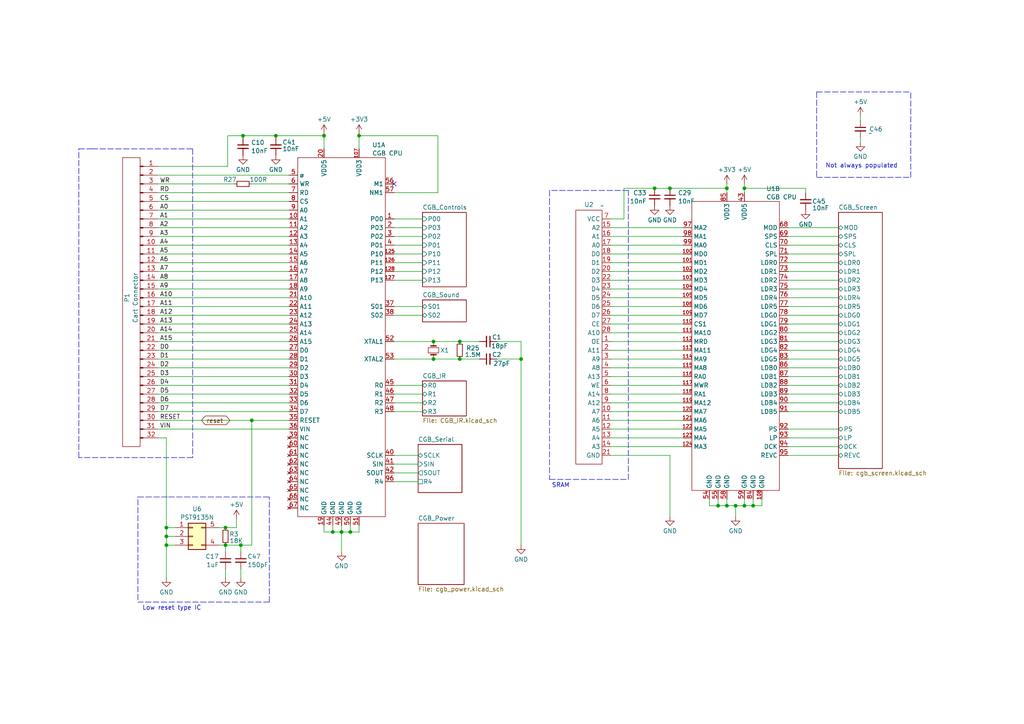
<source format=kicad_sch>
(kicad_sch (version 20231120) (generator "eeschema") (generator_version "8.0")
  (paper "A4")
  (title_block (title "CGB Reverse Engineer") (company "NatalieTheNerd.com"))
  (lib_symbols
    (symbol "CGB:CPU_CGB"
      (property "Reference" "U1" (at 8.89 3.6942 0))
      (property "Value" "CGB CPU" (at 8.89 1.27 0))
      (symbol "CPU_CGB_1_0"
        (pin unspecified line (at 15.24 -17.78 180) (length 2.54) (name "P00") (number "1"))
        (pin unspecified line (at -15.24 -17.78 0) (length 2.54) (name "A1") (number "10"))
        (pin unspecified line (at 5.08 2.54 270) (length 2.54) (name "VDD3") (number "107"))
        (pin unspecified line (at -15.24 -20.32 0) (length 2.54) (name "A2") (number "11"))
        (pin unspecified line (at -15.24 -22.86 0) (length 2.54) (name "A3") (number "12"))
        (pin unspecified line (at 15.24 -27.94 180) (length 2.54) (name "P10") (number "125"))
        (pin unspecified line (at 15.24 -30.48 180) (length 2.54) (name "P11") (number "126"))
        (pin unspecified line (at 15.24 -35.56 180) (length 2.54) (name "P13") (number "127"))
        (pin unspecified line (at 15.24 -33.02 180) (length 2.54) (name "P12") (number "128"))
        (pin unspecified line (at -15.24 -25.4 0) (length 2.54) (name "A4") (number "13"))
        (pin unspecified line (at -15.24 -27.94 0) (length 2.54) (name "A5") (number "14"))
        (pin unspecified line (at -15.24 -30.48 0) (length 2.54) (name "A6") (number "15"))
        (pin unspecified line (at -15.24 -33.02 0) (length 2.54) (name "A7") (number "16"))
        (pin unspecified line (at -15.24 -35.56 0) (length 2.54) (name "A8") (number "17"))
        (pin unspecified line (at -15.24 -38.1 0) (length 2.54) (name "A9") (number "18"))
        (pin unspecified line (at -5.08 -106.68 90) (length 2.54) (name "GND") (number "19"))
        (pin unspecified line (at 15.24 -20.32 180) (length 2.54) (name "P03") (number "2"))
        (pin unspecified line (at -5.08 2.54 270) (length 2.54) (name "VDD5") (number "20"))
        (pin unspecified line (at -15.24 -40.64 0) (length 2.54) (name "A10") (number "21"))
        (pin unspecified line (at -15.24 -43.18 0) (length 2.54) (name "A11") (number "22"))
        (pin unspecified line (at -15.24 -45.72 0) (length 2.54) (name "A12") (number "23"))
        (pin unspecified line (at -15.24 -48.26 0) (length 2.54) (name "A13") (number "24"))
        (pin unspecified line (at -15.24 -50.8 0) (length 2.54) (name "A14") (number "25"))
        (pin unspecified line (at -15.24 -53.34 0) (length 2.54) (name "A15") (number "26"))
        (pin unspecified line (at -15.24 -55.88 0) (length 2.54) (name "D0") (number "27"))
        (pin unspecified line (at -15.24 -58.42 0) (length 2.54) (name "D1") (number "28"))
        (pin unspecified line (at -15.24 -60.96 0) (length 2.54) (name "D2") (number "29"))
        (pin unspecified line (at 15.24 -22.86 180) (length 2.54) (name "P02") (number "3"))
        (pin unspecified line (at -15.24 -63.5 0) (length 2.54) (name "D3") (number "30"))
        (pin unspecified line (at -15.24 -66.04 0) (length 2.54) (name "D4") (number "31"))
        (pin unspecified line (at -15.24 -68.58 0) (length 2.54) (name "D5") (number "32"))
        (pin unspecified line (at -15.24 -71.12 0) (length 2.54) (name "D6") (number "33"))
        (pin unspecified line (at -15.24 -73.66 0) (length 2.54) (name "D7") (number "34"))
        (pin unspecified line (at -15.24 -76.2 0) (length 2.54) (name "RESET") (number "35"))
        (pin unspecified line (at -15.24 -78.74 0) (length 2.54) (name "VIN") (number "36"))
        (pin unspecified line (at 15.24 -43.18 180) (length 2.54) (name "S01") (number "37"))
        (pin unspecified line (at 15.24 -45.72 180) (length 2.54) (name "S02") (number "38"))
        (pin no_connect line (at -15.24 -81.28 0) (length 2.54) (name "NC") (number "39"))
        (pin unspecified line (at 15.24 -25.4 180) (length 2.54) (name "P01") (number "4"))
        (pin unspecified line (at 15.24 -86.36 180) (length 2.54) (name "SCLK") (number "40"))
        (pin unspecified line (at 15.24 -88.9 180) (length 2.54) (name "SIN") (number "41"))
        (pin unspecified line (at 15.24 -91.44 180) (length 2.54) (name "SOUT") (number "42"))
        (pin unspecified line (at -2.54 -106.68 90) (length 2.54) (name "GND") (number "44"))
        (pin unspecified line (at 15.24 -66.04 180) (length 2.54) (name "R0") (number "45"))
        (pin unspecified line (at 15.24 -68.58 180) (length 2.54) (name "R1") (number "46"))
        (pin unspecified line (at 15.24 -71.12 180) (length 2.54) (name "R2") (number "47"))
        (pin unspecified line (at 15.24 -73.66 180) (length 2.54) (name "R3") (number "48"))
        (pin unspecified line (at 0 -106.68 90) (length 2.54) (name "GND") (number "49"))
        (pin unspecified line (at -15.24 -5.08 0) (length 2.54) (name "ø") (number "5"))
        (pin unspecified line (at 2.54 -106.68 90) (length 2.54) (name "GND") (number "50"))
        (pin unspecified line (at 5.08 -106.68 90) (length 2.54) (name "GND") (number "51"))
        (pin unspecified line (at 15.24 -53.34 180) (length 2.54) (name "XTAL1") (number "52"))
        (pin unspecified line (at 15.24 -58.42 180) (length 2.54) (name "XTAL2") (number "53"))
        (pin unspecified line (at 15.24 -7.62 180) (length 2.54) (name "M1") (number "56"))
        (pin unspecified line (at 15.24 -10.16 180) (length 2.54) (name "NM1") (number "57"))
        (pin unspecified line (at -15.24 -7.62 0) (length 2.54) (name "WR") (number "6"))
        (pin no_connect line (at -15.24 -83.82 0) (length 2.54) (name "NC") (number "60"))
        (pin no_connect line (at -15.24 -86.36 0) (length 2.54) (name "NC") (number "61"))
        (pin no_connect line (at -15.24 -88.9 0) (length 2.54) (name "NC") (number "62"))
        (pin no_connect line (at -15.24 -91.44 0) (length 2.54) (name "NC") (number "63"))
        (pin no_connect line (at -15.24 -93.98 0) (length 2.54) (name "NC") (number "64"))
        (pin no_connect line (at -15.24 -96.52 0) (length 2.54) (name "NC") (number "65"))
        (pin no_connect line (at -15.24 -99.06 0) (length 2.54) (name "NC") (number "66"))
        (pin no_connect line (at -15.24 -101.6 0) (length 2.54) (name "NC") (number "67"))
        (pin unspecified line (at -15.24 -10.16 0) (length 2.54) (name "RD") (number "7"))
        (pin unspecified line (at -15.24 -12.7 0) (length 2.54) (name "CS") (number "8"))
        (pin unspecified line (at -15.24 -15.24 0) (length 2.54) (name "A0") (number "9"))
        (pin unspecified line (at 15.24 -93.98 180) (length 2.54) (name "R4") (number "96"))
      )
      (symbol "CPU_CGB_2_0"
        (pin unspecified line (at -15.24 -15.24 0) (length 2.54) (name "MD0") (number "100"))
        (pin unspecified line (at -15.24 -17.78 0) (length 2.54) (name "MD1") (number "101"))
        (pin unspecified line (at -15.24 -20.32 0) (length 2.54) (name "MD2") (number "102"))
        (pin unspecified line (at -15.24 -22.86 0) (length 2.54) (name "MD3") (number "103"))
        (pin unspecified line (at -15.24 -25.4 0) (length 2.54) (name "MD4") (number "104"))
        (pin unspecified line (at -15.24 -27.94 0) (length 2.54) (name "MD5") (number "105"))
        (pin unspecified line (at -15.24 -30.48 0) (length 2.54) (name "MD6") (number "106"))
        (pin unspecified line (at 7.62 -86.36 90) (length 2.54) (name "GND") (number "108"))
        (pin unspecified line (at -15.24 -33.02 0) (length 2.54) (name "MD7") (number "109"))
        (pin unspecified line (at -15.24 -35.56 0) (length 2.54) (name "CS1") (number "110"))
        (pin unspecified line (at -15.24 -38.1 0) (length 2.54) (name "MA10") (number "111"))
        (pin unspecified line (at -15.24 -40.64 0) (length 2.54) (name "MRD") (number "112"))
        (pin unspecified line (at -15.24 -43.18 0) (length 2.54) (name "MA11") (number "113"))
        (pin unspecified line (at -15.24 -45.72 0) (length 2.54) (name "MA9") (number "114"))
        (pin unspecified line (at -15.24 -48.26 0) (length 2.54) (name "MA8") (number "115"))
        (pin unspecified line (at -15.24 -50.8 0) (length 2.54) (name "RA0") (number "116"))
        (pin unspecified line (at -15.24 -53.34 0) (length 2.54) (name "MWR") (number "117"))
        (pin unspecified line (at -15.24 -55.88 0) (length 2.54) (name "RA1") (number "118"))
        (pin unspecified line (at -15.24 -58.42 0) (length 2.54) (name "MA12") (number "119"))
        (pin unspecified line (at -15.24 -60.96 0) (length 2.54) (name "MA7") (number "120"))
        (pin unspecified line (at -15.24 -63.5 0) (length 2.54) (name "MA6") (number "121"))
        (pin unspecified line (at -15.24 -66.04 0) (length 2.54) (name "MA5") (number "122"))
        (pin unspecified line (at -15.24 -68.58 0) (length 2.54) (name "MA4") (number "123"))
        (pin unspecified line (at -15.24 -71.12 0) (length 2.54) (name "MA3") (number "124"))
        (pin unspecified line (at 2.54 2.54 270) (length 2.54) (name "VDD5") (number "43"))
        (pin unspecified line (at -7.62 -86.36 90) (length 2.54) (name "GND") (number "54"))
        (pin unspecified line (at -5.08 -86.36 90) (length 2.54) (name "GND") (number "55"))
        (pin unspecified line (at -2.54 -86.36 90) (length 2.54) (name "GND") (number "58"))
        (pin unspecified line (at 2.54 -86.36 90) (length 2.54) (name "GND") (number "59"))
        (pin unspecified line (at 15.24 -7.62 180) (length 2.54) (name "MOD") (number "68"))
        (pin unspecified line (at 15.24 -10.16 180) (length 2.54) (name "SPS") (number "69"))
        (pin unspecified line (at 15.24 -12.7 180) (length 2.54) (name "CLS") (number "70"))
        (pin unspecified line (at 15.24 -15.24 180) (length 2.54) (name "SPL") (number "71"))
        (pin unspecified line (at 15.24 -17.78 180) (length 2.54) (name "LDR0") (number "72"))
        (pin unspecified line (at 15.24 -20.32 180) (length 2.54) (name "LDR1") (number "73"))
        (pin unspecified line (at 15.24 -22.86 180) (length 2.54) (name "LDR2") (number "74"))
        (pin unspecified line (at 15.24 -25.4 180) (length 2.54) (name "LDR3") (number "75"))
        (pin unspecified line (at 15.24 -27.94 180) (length 2.54) (name "LDR4") (number "76"))
        (pin unspecified line (at 15.24 -30.48 180) (length 2.54) (name "LDR5") (number "77"))
        (pin unspecified line (at 15.24 -33.02 180) (length 2.54) (name "LDG0") (number "78"))
        (pin unspecified line (at 15.24 -35.56 180) (length 2.54) (name "LDG1") (number "79"))
        (pin unspecified line (at 15.24 -38.1 180) (length 2.54) (name "LDG2") (number "80"))
        (pin unspecified line (at 15.24 -40.64 180) (length 2.54) (name "LDG3") (number "81"))
        (pin unspecified line (at 15.24 -43.18 180) (length 2.54) (name "LDG4") (number "82"))
        (pin unspecified line (at 15.24 -45.72 180) (length 2.54) (name "LDG5") (number "83"))
        (pin unspecified line (at 5.08 -86.36 90) (length 2.54) (name "GND") (number "84"))
        (pin unspecified line (at -2.54 2.54 270) (length 2.54) (name "VDD3") (number "85"))
        (pin unspecified line (at 15.24 -48.26 180) (length 2.54) (name "LDB0") (number "86"))
        (pin unspecified line (at 15.24 -50.8 180) (length 2.54) (name "LDB1") (number "87"))
        (pin unspecified line (at 15.24 -53.34 180) (length 2.54) (name "LDB2") (number "88"))
        (pin unspecified line (at 15.24 -55.88 180) (length 2.54) (name "LDB3") (number "89"))
        (pin unspecified line (at 15.24 -58.42 180) (length 2.54) (name "LDB4") (number "90"))
        (pin unspecified line (at 15.24 -60.96 180) (length 2.54) (name "LDB5") (number "91"))
        (pin unspecified line (at 15.24 -66.04 180) (length 2.54) (name "PS") (number "92"))
        (pin unspecified line (at 15.24 -68.58 180) (length 2.54) (name "LP") (number "93"))
        (pin unspecified line (at 15.24 -71.12 180) (length 2.54) (name "DCK") (number "94"))
        (pin unspecified line (at 15.24 -73.66 180) (length 2.54) (name "REVC") (number "95"))
        (pin unspecified line (at -15.24 -7.62 0) (length 2.54) (name "MA2") (number "97"))
        (pin unspecified line (at -15.24 -10.16 0) (length 2.54) (name "MA1") (number "98"))
        (pin unspecified line (at -15.24 -12.7 0) (length 2.54) (name "MA0") (number "99"))
      )
    )
    (symbol "CGB:SRAM_CGB"
      (property "Reference" "U" (at 0 1.27 0))
      (symbol "SRAM_CGB_0_0"
        (pin unspecified line (at 2.54 -39.37 180) (length 2.54) (name "OE") (number "1"))
        (pin unspecified line (at 2.54 -59.69 180) (length 2.54) (name "A7") (number "10"))
        (pin unspecified line (at 2.54 -62.23 180) (length 2.54) (name "A6") (number "11"))
        (pin unspecified line (at 2.54 -64.77 180) (length 2.54) (name "A5") (number "12"))
        (pin unspecified line (at 2.54 -67.31 180) (length 2.54) (name "A4") (number "13"))
        (pin unspecified line (at 2.54 -69.85 180) (length 2.54) (name "A3") (number "14"))
        (pin unspecified line (at 2.54 -6.35 180) (length 2.54) (name "A2") (number "15"))
        (pin unspecified line (at 2.54 -8.89 180) (length 2.54) (name "A1") (number "16"))
        (pin unspecified line (at 2.54 -11.43 180) (length 2.54) (name "A0") (number "17"))
        (pin unspecified line (at 2.54 -13.97 180) (length 2.54) (name "D0") (number "18"))
        (pin unspecified line (at 2.54 -16.51 180) (length 2.54) (name "D1") (number "19"))
        (pin unspecified line (at 2.54 -41.91 180) (length 2.54) (name "A11") (number "2"))
        (pin unspecified line (at 2.54 -19.05 180) (length 2.54) (name "D2") (number "20"))
        (pin unspecified line (at 2.54 -72.39 180) (length 2.54) (name "GND") (number "21"))
        (pin unspecified line (at 2.54 -21.59 180) (length 2.54) (name "D3") (number "22"))
        (pin unspecified line (at 2.54 -24.13 180) (length 2.54) (name "D4") (number "23"))
        (pin unspecified line (at 2.54 -26.67 180) (length 2.54) (name "D5") (number "24"))
        (pin unspecified line (at 2.54 -29.21 180) (length 2.54) (name "D6") (number "25"))
        (pin unspecified line (at 2.54 -31.75 180) (length 2.54) (name "D7") (number "26"))
        (pin unspecified line (at 2.54 -34.29 180) (length 2.54) (name "CE") (number "27"))
        (pin unspecified line (at 2.54 -36.83 180) (length 2.54) (name "A10") (number "28"))
        (pin unspecified line (at 2.54 -44.45 180) (length 2.54) (name "A9") (number "3"))
        (pin unspecified line (at 2.54 -46.99 180) (length 2.54) (name "A8") (number "4"))
        (pin unspecified line (at 2.54 -49.53 180) (length 2.54) (name "A13") (number "5"))
        (pin unspecified line (at 2.54 -52.07 180) (length 2.54) (name "WE") (number "6"))
        (pin unspecified line (at 2.54 -3.81 180) (length 2.54) (name "VCC") (number "7"))
        (pin unspecified line (at 2.54 -54.61 180) (length 2.54) (name "A14") (number "8"))
        (pin unspecified line (at 2.54 -57.15 180) (length 2.54) (name "A12") (number "9"))
      )
    )
    (symbol "CPU_CGB_1"
      (property "Reference" "U1" (at 8.89 3.6942 0))
      (property "Value" "CGB CPU" (at 8.89 1.27 0))
      (symbol "CPU_CGB_1_1_0"
        (pin unspecified line (at 15.24 -17.78 180) (length 2.54) (name "P00") (number "1"))
        (pin unspecified line (at -15.24 -17.78 0) (length 2.54) (name "A1") (number "10"))
        (pin unspecified line (at 5.08 2.54 270) (length 2.54) (name "VDD3") (number "107"))
        (pin unspecified line (at -15.24 -20.32 0) (length 2.54) (name "A2") (number "11"))
        (pin unspecified line (at -15.24 -22.86 0) (length 2.54) (name "A3") (number "12"))
        (pin unspecified line (at 15.24 -27.94 180) (length 2.54) (name "P10") (number "125"))
        (pin unspecified line (at 15.24 -30.48 180) (length 2.54) (name "P11") (number "126"))
        (pin unspecified line (at 15.24 -35.56 180) (length 2.54) (name "P13") (number "127"))
        (pin unspecified line (at 15.24 -33.02 180) (length 2.54) (name "P12") (number "128"))
        (pin unspecified line (at -15.24 -25.4 0) (length 2.54) (name "A4") (number "13"))
        (pin unspecified line (at -15.24 -27.94 0) (length 2.54) (name "A5") (number "14"))
        (pin unspecified line (at -15.24 -30.48 0) (length 2.54) (name "A6") (number "15"))
        (pin unspecified line (at -15.24 -33.02 0) (length 2.54) (name "A7") (number "16"))
        (pin unspecified line (at -15.24 -35.56 0) (length 2.54) (name "A8") (number "17"))
        (pin unspecified line (at -15.24 -38.1 0) (length 2.54) (name "A9") (number "18"))
        (pin unspecified line (at -5.08 -106.68 90) (length 2.54) (name "GND") (number "19"))
        (pin unspecified line (at 15.24 -20.32 180) (length 2.54) (name "P03") (number "2"))
        (pin unspecified line (at -5.08 2.54 270) (length 2.54) (name "VDD5") (number "20"))
        (pin unspecified line (at -15.24 -40.64 0) (length 2.54) (name "A10") (number "21"))
        (pin unspecified line (at -15.24 -43.18 0) (length 2.54) (name "A11") (number "22"))
        (pin unspecified line (at -15.24 -45.72 0) (length 2.54) (name "A12") (number "23"))
        (pin unspecified line (at -15.24 -48.26 0) (length 2.54) (name "A13") (number "24"))
        (pin unspecified line (at -15.24 -50.8 0) (length 2.54) (name "A14") (number "25"))
        (pin unspecified line (at -15.24 -53.34 0) (length 2.54) (name "A15") (number "26"))
        (pin unspecified line (at -15.24 -55.88 0) (length 2.54) (name "D0") (number "27"))
        (pin unspecified line (at -15.24 -58.42 0) (length 2.54) (name "D1") (number "28"))
        (pin unspecified line (at -15.24 -60.96 0) (length 2.54) (name "D2") (number "29"))
        (pin unspecified line (at 15.24 -22.86 180) (length 2.54) (name "P02") (number "3"))
        (pin unspecified line (at -15.24 -63.5 0) (length 2.54) (name "D3") (number "30"))
        (pin unspecified line (at -15.24 -66.04 0) (length 2.54) (name "D4") (number "31"))
        (pin unspecified line (at -15.24 -68.58 0) (length 2.54) (name "D5") (number "32"))
        (pin unspecified line (at -15.24 -71.12 0) (length 2.54) (name "D6") (number "33"))
        (pin unspecified line (at -15.24 -73.66 0) (length 2.54) (name "D7") (number "34"))
        (pin unspecified line (at -15.24 -76.2 0) (length 2.54) (name "RESET") (number "35"))
        (pin unspecified line (at -15.24 -78.74 0) (length 2.54) (name "VIN") (number "36"))
        (pin unspecified line (at 15.24 -43.18 180) (length 2.54) (name "S01") (number "37"))
        (pin unspecified line (at 15.24 -45.72 180) (length 2.54) (name "S02") (number "38"))
        (pin no_connect line (at -15.24 -81.28 0) (length 2.54) (name "NC") (number "39"))
        (pin unspecified line (at 15.24 -25.4 180) (length 2.54) (name "P01") (number "4"))
        (pin unspecified line (at 15.24 -86.36 180) (length 2.54) (name "SCLK") (number "40"))
        (pin unspecified line (at 15.24 -88.9 180) (length 2.54) (name "SIN") (number "41"))
        (pin unspecified line (at 15.24 -91.44 180) (length 2.54) (name "SOUT") (number "42"))
        (pin unspecified line (at -2.54 -106.68 90) (length 2.54) (name "GND") (number "44"))
        (pin unspecified line (at 15.24 -66.04 180) (length 2.54) (name "R0") (number "45"))
        (pin unspecified line (at 15.24 -68.58 180) (length 2.54) (name "R1") (number "46"))
        (pin unspecified line (at 15.24 -71.12 180) (length 2.54) (name "R2") (number "47"))
        (pin unspecified line (at 15.24 -73.66 180) (length 2.54) (name "R3") (number "48"))
        (pin unspecified line (at 0 -106.68 90) (length 2.54) (name "GND") (number "49"))
        (pin unspecified line (at -15.24 -5.08 0) (length 2.54) (name "ø") (number "5"))
        (pin unspecified line (at 2.54 -106.68 90) (length 2.54) (name "GND") (number "50"))
        (pin unspecified line (at 5.08 -106.68 90) (length 2.54) (name "GND") (number "51"))
        (pin unspecified line (at 15.24 -53.34 180) (length 2.54) (name "XTAL1") (number "52"))
        (pin unspecified line (at 15.24 -58.42 180) (length 2.54) (name "XTAL2") (number "53"))
        (pin unspecified line (at 15.24 -7.62 180) (length 2.54) (name "M1") (number "56"))
        (pin unspecified line (at 15.24 -10.16 180) (length 2.54) (name "NM1") (number "57"))
        (pin unspecified line (at -15.24 -7.62 0) (length 2.54) (name "WR") (number "6"))
        (pin no_connect line (at -15.24 -83.82 0) (length 2.54) (name "NC") (number "60"))
        (pin no_connect line (at -15.24 -86.36 0) (length 2.54) (name "NC") (number "61"))
        (pin no_connect line (at -15.24 -88.9 0) (length 2.54) (name "NC") (number "62"))
        (pin no_connect line (at -15.24 -91.44 0) (length 2.54) (name "NC") (number "63"))
        (pin no_connect line (at -15.24 -93.98 0) (length 2.54) (name "NC") (number "64"))
        (pin no_connect line (at -15.24 -96.52 0) (length 2.54) (name "NC") (number "65"))
        (pin no_connect line (at -15.24 -99.06 0) (length 2.54) (name "NC") (number "66"))
        (pin no_connect line (at -15.24 -101.6 0) (length 2.54) (name "NC") (number "67"))
        (pin unspecified line (at -15.24 -10.16 0) (length 2.54) (name "RD") (number "7"))
        (pin unspecified line (at -15.24 -12.7 0) (length 2.54) (name "CS") (number "8"))
        (pin unspecified line (at -15.24 -15.24 0) (length 2.54) (name "A0") (number "9"))
        (pin unspecified line (at 15.24 -93.98 180) (length 2.54) (name "R4") (number "96"))
      )
      (symbol "CPU_CGB_1_2_0"
        (pin unspecified line (at -15.24 -15.24 0) (length 2.54) (name "MD0") (number "100"))
        (pin unspecified line (at -15.24 -17.78 0) (length 2.54) (name "MD1") (number "101"))
        (pin unspecified line (at -15.24 -20.32 0) (length 2.54) (name "MD2") (number "102"))
        (pin unspecified line (at -15.24 -22.86 0) (length 2.54) (name "MD3") (number "103"))
        (pin unspecified line (at -15.24 -25.4 0) (length 2.54) (name "MD4") (number "104"))
        (pin unspecified line (at -15.24 -27.94 0) (length 2.54) (name "MD5") (number "105"))
        (pin unspecified line (at -15.24 -30.48 0) (length 2.54) (name "MD6") (number "106"))
        (pin unspecified line (at 7.62 -86.36 90) (length 2.54) (name "GND") (number "108"))
        (pin unspecified line (at -15.24 -33.02 0) (length 2.54) (name "MD7") (number "109"))
        (pin unspecified line (at -15.24 -35.56 0) (length 2.54) (name "CS1") (number "110"))
        (pin unspecified line (at -15.24 -38.1 0) (length 2.54) (name "MA10") (number "111"))
        (pin unspecified line (at -15.24 -40.64 0) (length 2.54) (name "MRD") (number "112"))
        (pin unspecified line (at -15.24 -43.18 0) (length 2.54) (name "MA11") (number "113"))
        (pin unspecified line (at -15.24 -45.72 0) (length 2.54) (name "MA9") (number "114"))
        (pin unspecified line (at -15.24 -48.26 0) (length 2.54) (name "MA8") (number "115"))
        (pin unspecified line (at -15.24 -50.8 0) (length 2.54) (name "RA0") (number "116"))
        (pin unspecified line (at -15.24 -53.34 0) (length 2.54) (name "MWR") (number "117"))
        (pin unspecified line (at -15.24 -55.88 0) (length 2.54) (name "RA1") (number "118"))
        (pin unspecified line (at -15.24 -58.42 0) (length 2.54) (name "MA12") (number "119"))
        (pin unspecified line (at -15.24 -60.96 0) (length 2.54) (name "MA7") (number "120"))
        (pin unspecified line (at -15.24 -63.5 0) (length 2.54) (name "MA6") (number "121"))
        (pin unspecified line (at -15.24 -66.04 0) (length 2.54) (name "MA5") (number "122"))
        (pin unspecified line (at -15.24 -68.58 0) (length 2.54) (name "MA4") (number "123"))
        (pin unspecified line (at -15.24 -71.12 0) (length 2.54) (name "MA3") (number "124"))
        (pin unspecified line (at 2.54 2.54 270) (length 2.54) (name "VDD5") (number "43"))
        (pin unspecified line (at -7.62 -86.36 90) (length 2.54) (name "GND") (number "54"))
        (pin unspecified line (at -5.08 -86.36 90) (length 2.54) (name "GND") (number "55"))
        (pin unspecified line (at -2.54 -86.36 90) (length 2.54) (name "GND") (number "58"))
        (pin unspecified line (at 2.54 -86.36 90) (length 2.54) (name "GND") (number "59"))
        (pin unspecified line (at 15.24 -7.62 180) (length 2.54) (name "MOD") (number "68"))
        (pin unspecified line (at 15.24 -10.16 180) (length 2.54) (name "SPS") (number "69"))
        (pin unspecified line (at 15.24 -12.7 180) (length 2.54) (name "CLS") (number "70"))
        (pin unspecified line (at 15.24 -15.24 180) (length 2.54) (name "SPL") (number "71"))
        (pin unspecified line (at 15.24 -17.78 180) (length 2.54) (name "LDR0") (number "72"))
        (pin unspecified line (at 15.24 -20.32 180) (length 2.54) (name "LDR1") (number "73"))
        (pin unspecified line (at 15.24 -22.86 180) (length 2.54) (name "LDR2") (number "74"))
        (pin unspecified line (at 15.24 -25.4 180) (length 2.54) (name "LDR3") (number "75"))
        (pin unspecified line (at 15.24 -27.94 180) (length 2.54) (name "LDR4") (number "76"))
        (pin unspecified line (at 15.24 -30.48 180) (length 2.54) (name "LDR5") (number "77"))
        (pin unspecified line (at 15.24 -33.02 180) (length 2.54) (name "LDG0") (number "78"))
        (pin unspecified line (at 15.24 -35.56 180) (length 2.54) (name "LDG1") (number "79"))
        (pin unspecified line (at 15.24 -38.1 180) (length 2.54) (name "LDG2") (number "80"))
        (pin unspecified line (at 15.24 -40.64 180) (length 2.54) (name "LDG3") (number "81"))
        (pin unspecified line (at 15.24 -43.18 180) (length 2.54) (name "LDG4") (number "82"))
        (pin unspecified line (at 15.24 -45.72 180) (length 2.54) (name "LDG5") (number "83"))
        (pin unspecified line (at 5.08 -86.36 90) (length 2.54) (name "GND") (number "84"))
        (pin unspecified line (at -2.54 2.54 270) (length 2.54) (name "VDD3") (number "85"))
        (pin unspecified line (at 15.24 -48.26 180) (length 2.54) (name "LDB0") (number "86"))
        (pin unspecified line (at 15.24 -50.8 180) (length 2.54) (name "LDB1") (number "87"))
        (pin unspecified line (at 15.24 -53.34 180) (length 2.54) (name "LDB2") (number "88"))
        (pin unspecified line (at 15.24 -55.88 180) (length 2.54) (name "LDB3") (number "89"))
        (pin unspecified line (at 15.24 -58.42 180) (length 2.54) (name "LDB4") (number "90"))
        (pin unspecified line (at 15.24 -60.96 180) (length 2.54) (name "LDB5") (number "91"))
        (pin unspecified line (at 15.24 -66.04 180) (length 2.54) (name "PS") (number "92"))
        (pin unspecified line (at 15.24 -68.58 180) (length 2.54) (name "LP") (number "93"))
        (pin unspecified line (at 15.24 -71.12 180) (length 2.54) (name "DCK") (number "94"))
        (pin unspecified line (at 15.24 -73.66 180) (length 2.54) (name "REVC") (number "95"))
        (pin unspecified line (at -15.24 -7.62 0) (length 2.54) (name "MA2") (number "97"))
        (pin unspecified line (at -15.24 -10.16 0) (length 2.54) (name "MA1") (number "98"))
        (pin unspecified line (at -15.24 -12.7 0) (length 2.54) (name "MA0") (number "99"))
      )
    )
    (symbol "Connector:Conn_01x32_Pin" (pin_names (offset 1.016) hide)
      (property "Reference" "P1" (at -3.81 0 90))
      (property "Value" "Cart Connector" (at -1.3858 0 90))
      (symbol "Conn_01x32_Pin_1_1"
        (pin passive line (at 5.08 38.1 180) (length 3.81) (name "Pin_1") (number "1"))
        (pin passive line (at 5.08 15.24 180) (length 3.81) (name "Pin_10") (number "10"))
        (pin passive line (at 5.08 12.7 180) (length 3.81) (name "Pin_11") (number "11"))
        (pin passive line (at 5.08 10.16 180) (length 3.81) (name "Pin_12") (number "12"))
        (pin passive line (at 5.08 7.62 180) (length 3.81) (name "Pin_13") (number "13"))
        (pin passive line (at 5.08 5.08 180) (length 3.81) (name "Pin_14") (number "14"))
        (pin passive line (at 5.08 2.54 180) (length 3.81) (name "Pin_15") (number "15"))
        (pin passive line (at 5.08 0 180) (length 3.81) (name "Pin_16") (number "16"))
        (pin passive line (at 5.08 -2.54 180) (length 3.81) (name "Pin_17") (number "17"))
        (pin passive line (at 5.08 -5.08 180) (length 3.81) (name "Pin_18") (number "18"))
        (pin passive line (at 5.08 -7.62 180) (length 3.81) (name "Pin_19") (number "19"))
        (pin passive line (at 5.08 35.56 180) (length 3.81) (name "Pin_2") (number "2"))
        (pin passive line (at 5.08 -10.16 180) (length 3.81) (name "Pin_20") (number "20"))
        (pin passive line (at 5.08 -12.7 180) (length 3.81) (name "Pin_21") (number "21"))
        (pin passive line (at 5.08 -15.24 180) (length 3.81) (name "Pin_22") (number "22"))
        (pin passive line (at 5.08 -17.78 180) (length 3.81) (name "Pin_23") (number "23"))
        (pin passive line (at 5.08 -20.32 180) (length 3.81) (name "Pin_24") (number "24"))
        (pin passive line (at 5.08 -22.86 180) (length 3.81) (name "Pin_25") (number "25"))
        (pin passive line (at 5.08 -25.4 180) (length 3.81) (name "Pin_26") (number "26"))
        (pin passive line (at 5.08 -27.94 180) (length 3.81) (name "Pin_27") (number "27"))
        (pin passive line (at 5.08 -30.48 180) (length 3.81) (name "Pin_28") (number "28"))
        (pin passive line (at 5.08 -33.02 180) (length 3.81) (name "Pin_29") (number "29"))
        (pin passive line (at 5.08 33.02 180) (length 3.81) (name "Pin_3") (number "3"))
        (pin passive line (at 5.08 -35.56 180) (length 3.81) (name "Pin_30") (number "30"))
        (pin passive line (at 5.08 -38.1 180) (length 3.81) (name "Pin_31") (number "31"))
        (pin passive line (at 5.08 -40.64 180) (length 3.81) (name "Pin_32") (number "32"))
        (pin passive line (at 5.08 30.48 180) (length 3.81) (name "Pin_4") (number "4"))
        (pin passive line (at 5.08 27.94 180) (length 3.81) (name "Pin_5") (number "5"))
        (pin passive line (at 5.08 25.4 180) (length 3.81) (name "Pin_6") (number "6"))
        (pin passive line (at 5.08 22.86 180) (length 3.81) (name "Pin_7") (number "7"))
        (pin passive line (at 5.08 20.32 180) (length 3.81) (name "Pin_8") (number "8"))
        (pin passive line (at 5.08 17.78 180) (length 3.81) (name "Pin_9") (number "9"))
      )
    )
    (symbol "Connector_Generic:Conn_2Rows-05Pins" (pin_names (offset 1.016) hide)
      (property "Reference" "U6" (at 1.27 7.9543 0))
      (property "Value" "PST9135N" (at 1.27 5.5301 0))
      (symbol "Conn_2Rows-05Pins_1_1"
        (pin passive line (at -5.08 2.54 0) (length 3.81) (name "Pin_1") (number "1"))
        (pin passive line (at -5.08 0 0) (length 3.81) (name "Pin_2") (number "2"))
        (pin passive line (at -5.08 -2.54 0) (length 3.81) (name "Pin_3") (number "3"))
        (pin passive line (at 7.62 -2.54 180) (length 3.81) (name "Pin_4") (number "4"))
        (pin passive line (at 7.62 2.54 180) (length 3.81) (name "Pin_5") (number "5"))
      )
    )
    (symbol "Device:C_Small" (pin_numbers hide) (pin_names (offset 0.254) hide)
      (property "Reference" "C" (at 0.254 1.778 0))
      (property "Value" "C_Small" (at 0.254 -2.032 0))
      (symbol "C_Small_1_1"
        (pin passive line (at 0 2.54 270) (length 2.032) (name "~") (number "1"))
        (pin passive line (at 0 -2.54 90) (length 2.032) (name "~") (number "2"))
      )
    )
    (symbol "Device:Crystal_Small" (pin_numbers hide) (pin_names (offset 1.016) hide)
      (property "Reference" "Y" (at 0 2.54 0))
      (property "Value" "Crystal_Small" (at 0 -2.54 0))
      (symbol "Crystal_Small_1_1"
        (pin passive line (at -2.54 0 0) (length 1.27) (name "1") (number "1"))
        (pin passive line (at 2.54 0 180) (length 1.27) (name "2") (number "2"))
      )
    )
    (symbol "Device:R_Small" (pin_numbers hide) (pin_names (offset 0.254) hide)
      (property "Reference" "R" (at 0.762 0.508 0))
      (property "Value" "R_Small" (at 0.762 -1.016 0))
      (symbol "R_Small_1_1"
        (pin passive line (at 0 2.54 270) (length 0.762) (name "~") (number "1"))
        (pin passive line (at 0 -2.54 90) (length 0.762) (name "~") (number "2"))
      )
    )
    (symbol "power:+3V3" (power) (pin_names (offset 0))
      (property "Value" "+3V3" (at 0 3.556 0))
      (symbol "+3V3_1_1"
        (pin power_in line (at 0 0 90) (length 0) hide (name "+3V3") (number "1"))
      )
    )
    (symbol "power:+5V" (power) (pin_names (offset 0))
      (property "Value" "+5V" (at 0 3.556 0))
      (symbol "+5V_1_1"
        (pin power_in line (at 0 0 90) (length 0) hide (name "+5V") (number "1"))
      )
    )
    (symbol "power:GND" (power) (pin_names (offset 0))
      (property "Value" "GND" (at 0 -3.81 0))
      (symbol "GND_1_1"
        (pin power_in line (at 0 0 270) (length 0) hide (name "GND") (number "1"))
      )
    )
  )
  (junction (at 48.26 155.575))
  (junction (at 210.82 54.61))
  (junction (at 65.405 153.035))
  (junction (at 215.9 146.685))
  (junction (at 133.35 104.14))
  (junction (at 99.06 154.305))
  (junction (at 104.14 39.37))
  (junction (at 101.6 154.305))
  (junction (at 65.405 158.115))
  (junction (at 189.865 54.61))
  (junction (at 215.9 54.61))
  (junction (at 210.82 146.685))
  (junction (at 70.485 39.37))
  (junction (at 96.52 154.305))
  (junction (at 208.28 146.685))
  (junction (at 48.26 153.035))
  (junction (at 80.01 39.37))
  (junction (at 194.31 54.61))
  (junction (at 218.44 146.685))
  (junction (at 48.26 158.115))
  (junction (at 133.35 99.06))
  (junction (at 125.73 99.06))
  (junction (at 73.025 121.92))
  (junction (at 151.13 104.14))
  (junction (at 69.85 158.115))
  (junction (at 213.36 146.685))
  (junction (at 125.73 104.14))
  (junction (at 93.98 39.37))
  (no_connect (at 114.3 53.34))
  (wire (pts (xy 189.865 54.61) (xy 194.31 54.61)))
  (wire (pts (xy 45.72 50.8) (xy 83.82 50.8)))
  (polyline (pts (xy 40.005 144.145) (xy 48.895 144.145)) (stroke (width 0) (type dash)))
  (wire (pts (xy 243.205 109.22) (xy 228.6 109.22)))
  (wire (pts (xy 177.165 116.84) (xy 198.12 116.84)))
  (wire (pts (xy 249.555 41.275) (xy 249.555 40.005)))
  (wire (pts (xy 177.165 73.66) (xy 198.12 73.66)))
  (wire (pts (xy 93.98 154.305) (xy 93.98 152.4)))
  (wire (pts (xy 45.72 109.22) (xy 83.82 109.22)))
  (wire (pts (xy 114.3 132.08) (xy 121.285 132.08)))
  (wire (pts (xy 144.145 99.06) (xy 151.13 99.06)))
  (wire (pts (xy 210.82 54.61) (xy 210.82 55.88)))
  (wire (pts (xy 144.145 104.14) (xy 151.13 104.14)))
  (wire (pts (xy 114.3 99.06) (xy 125.73 99.06)))
  (wire (pts (xy 177.165 71.12) (xy 198.12 71.12)))
  (wire (pts (xy 243.205 119.38) (xy 228.6 119.38)))
  (wire (pts (xy 45.72 124.46) (xy 83.82 124.46)))
  (wire (pts (xy 177.165 121.92) (xy 198.12 121.92)))
  (wire (pts (xy 215.9 53.34) (xy 215.9 54.61)))
  (wire (pts (xy 215.9 54.61) (xy 215.9 55.88)))
  (wire (pts (xy 45.72 81.28) (xy 83.82 81.28)))
  (wire (pts (xy 45.72 121.92) (xy 73.025 121.92)))
  (wire (pts (xy 243.205 129.54) (xy 228.6 129.54)))
  (wire (pts (xy 45.72 63.5) (xy 83.82 63.5)))
  (wire (pts (xy 243.205 93.98) (xy 228.6 93.98)))
  (wire (pts (xy 215.9 54.61) (xy 233.68 54.61)))
  (wire (pts (xy 210.82 146.685) (xy 210.82 144.78)))
  (wire (pts (xy 177.165 93.98) (xy 198.12 93.98)))
  (wire (pts (xy 122.555 76.2) (xy 114.3 76.2)))
  (wire (pts (xy 194.31 149.86) (xy 194.31 132.08)))
  (wire (pts (xy 177.165 106.68) (xy 198.12 106.68)))
  (wire (pts (xy 177.165 104.14) (xy 198.12 104.14)))
  (wire (pts (xy 66.04 48.26) (xy 45.72 48.26)))
  (wire (pts (xy 122.555 68.58) (xy 114.3 68.58)))
  (polyline (pts (xy 22.86 43.18) (xy 26.67 43.18)) (stroke (width 0) (type dash)))
  (polyline (pts (xy 55.88 132.715) (xy 22.86 132.715)) (stroke (width 0) (type dash)))
  (wire (pts (xy 243.205 116.84) (xy 228.6 116.84)))
  (wire (pts (xy 220.98 146.685) (xy 220.98 144.78)))
  (polyline (pts (xy 55.88 43.18) (xy 55.88 132.715)) (stroke (width 0) (type dash)))
  (wire (pts (xy 66.04 39.37) (xy 66.04 48.26)))
  (wire (pts (xy 243.205 91.44) (xy 228.6 91.44)))
  (wire (pts (xy 243.205 78.74) (xy 228.6 78.74)))
  (wire (pts (xy 63.5 153.035) (xy 65.405 153.035)))
  (wire (pts (xy 177.165 68.58) (xy 198.12 68.58)))
  (wire (pts (xy 122.555 81.28) (xy 114.3 81.28)))
  (wire (pts (xy 215.9 146.685) (xy 218.44 146.685)))
  (wire (pts (xy 125.73 104.14) (xy 133.35 104.14)))
  (wire (pts (xy 177.165 99.06) (xy 198.12 99.06)))
  (wire (pts (xy 45.72 91.44) (xy 83.82 91.44)))
  (wire (pts (xy 218.44 144.78) (xy 218.44 146.685)))
  (wire (pts (xy 69.85 160.02) (xy 69.85 158.115)))
  (wire (pts (xy 48.26 127) (xy 48.26 153.035)))
  (wire (pts (xy 243.205 124.46) (xy 228.6 124.46)))
  (wire (pts (xy 243.205 101.6) (xy 228.6 101.6)))
  (wire (pts (xy 45.72 66.04) (xy 83.82 66.04)))
  (polyline (pts (xy 40.005 173.99) (xy 40.005 144.145)) (stroke (width 0) (type dash)))
  (wire (pts (xy 65.405 165.1) (xy 65.405 167.64)))
  (polyline (pts (xy 26.67 43.18) (xy 55.88 43.18)) (stroke (width 0) (type dash)))
  (wire (pts (xy 151.13 99.06) (xy 151.13 104.14)))
  (wire (pts (xy 243.205 132.08) (xy 228.6 132.08)))
  (polyline (pts (xy 182.245 55.245) (xy 159.385 55.245)) (stroke (width 0) (type dash)))
  (wire (pts (xy 73.025 121.92) (xy 83.82 121.92)))
  (wire (pts (xy 50.8 153.035) (xy 48.26 153.035)))
  (wire (pts (xy 177.165 111.76) (xy 198.12 111.76)))
  (wire (pts (xy 177.165 91.44) (xy 198.12 91.44)))
  (wire (pts (xy 233.68 54.61) (xy 233.68 55.88)))
  (wire (pts (xy 63.5 158.115) (xy 65.405 158.115)))
  (wire (pts (xy 177.165 78.74) (xy 198.12 78.74)))
  (wire (pts (xy 177.165 63.5) (xy 180.975 63.5)))
  (wire (pts (xy 122.555 73.66) (xy 114.3 73.66)))
  (wire (pts (xy 114.3 91.44) (xy 122.555 91.44)))
  (wire (pts (xy 243.205 73.66) (xy 228.6 73.66)))
  (wire (pts (xy 114.3 104.14) (xy 125.73 104.14)))
  (wire (pts (xy 208.28 146.685) (xy 208.28 144.78)))
  (wire (pts (xy 48.26 155.575) (xy 48.26 158.115)))
  (wire (pts (xy 45.72 78.74) (xy 83.82 78.74)))
  (wire (pts (xy 218.44 146.685) (xy 220.98 146.685)))
  (wire (pts (xy 65.405 158.115) (xy 65.405 160.02)))
  (wire (pts (xy 45.72 116.84) (xy 83.82 116.84)))
  (polyline (pts (xy 264.16 51.435) (xy 264.16 26.67)) (stroke (width 0) (type dash)))
  (wire (pts (xy 45.72 55.88) (xy 83.82 55.88)))
  (wire (pts (xy 243.205 71.12) (xy 228.6 71.12)))
  (wire (pts (xy 45.72 60.96) (xy 83.82 60.96)))
  (wire (pts (xy 68.58 150.495) (xy 68.58 153.035)))
  (wire (pts (xy 48.26 158.115) (xy 48.26 167.64)))
  (wire (pts (xy 122.555 78.74) (xy 114.3 78.74)))
  (wire (pts (xy 125.73 99.06) (xy 133.35 99.06)))
  (wire (pts (xy 45.72 101.6) (xy 83.82 101.6)))
  (wire (pts (xy 243.205 86.36) (xy 228.6 86.36)))
  (wire (pts (xy 243.205 104.14) (xy 228.6 104.14)))
  (wire (pts (xy 45.72 119.38) (xy 83.82 119.38)))
  (wire (pts (xy 73.025 121.92) (xy 73.025 158.115)))
  (polyline (pts (xy 159.385 55.245) (xy 159.385 57.785)) (stroke (width 0) (type dash)))
  (polyline (pts (xy 236.855 51.435) (xy 264.16 51.435)) (stroke (width 0) (type dash)))
  (wire (pts (xy 45.72 68.58) (xy 83.82 68.58)))
  (wire (pts (xy 101.6 154.305) (xy 104.14 154.305)))
  (polyline (pts (xy 78.105 174.625) (xy 40.005 174.625)) (stroke (width 0) (type dash)))
  (wire (pts (xy 215.9 146.685) (xy 215.9 144.78)))
  (wire (pts (xy 210.82 53.34) (xy 210.82 54.61)))
  (polyline (pts (xy 159.385 139.065) (xy 182.245 139.065)) (stroke (width 0) (type dash)))
  (wire (pts (xy 80.01 40.005) (xy 80.01 39.37)))
  (wire (pts (xy 65.405 153.035) (xy 68.58 153.035)))
  (wire (pts (xy 114.3 139.7) (xy 121.285 139.7)))
  (wire (pts (xy 104.14 154.305) (xy 104.14 152.4)))
  (wire (pts (xy 45.72 127) (xy 48.26 127)))
  (wire (pts (xy 177.165 88.9) (xy 198.12 88.9)))
  (polyline (pts (xy 236.855 26.67) (xy 236.855 51.435)) (stroke (width 0) (type dash)))
  (wire (pts (xy 45.72 83.82) (xy 83.82 83.82)))
  (wire (pts (xy 50.8 158.115) (xy 48.26 158.115)))
  (wire (pts (xy 177.165 129.54) (xy 198.12 129.54)))
  (wire (pts (xy 50.8 155.575) (xy 48.26 155.575)))
  (wire (pts (xy 114.3 134.62) (xy 121.285 134.62)))
  (wire (pts (xy 104.14 38.735) (xy 104.14 39.37)))
  (wire (pts (xy 177.165 101.6) (xy 198.12 101.6)))
  (wire (pts (xy 45.72 96.52) (xy 83.82 96.52)))
  (wire (pts (xy 70.485 39.37) (xy 66.04 39.37)))
  (wire (pts (xy 45.72 106.68) (xy 83.82 106.68)))
  (wire (pts (xy 177.165 66.04) (xy 198.12 66.04)))
  (wire (pts (xy 99.06 154.305) (xy 101.6 154.305)))
  (wire (pts (xy 69.85 167.64) (xy 69.85 165.1)))
  (wire (pts (xy 104.14 39.37) (xy 104.14 43.18)))
  (wire (pts (xy 104.14 39.37) (xy 127 39.37)))
  (wire (pts (xy 177.165 86.36) (xy 198.12 86.36)))
  (wire (pts (xy 69.85 158.115) (xy 73.025 158.115)))
  (wire (pts (xy 194.31 132.08) (xy 177.165 132.08)))
  (wire (pts (xy 205.74 146.685) (xy 208.28 146.685)))
  (wire (pts (xy 114.3 119.38) (xy 122.555 119.38)))
  (wire (pts (xy 65.405 158.115) (xy 69.85 158.115)))
  (polyline (pts (xy 182.245 139.065) (xy 182.245 55.245)) (stroke (width 0) (type dash)))
  (polyline (pts (xy 78.105 174.625) (xy 78.105 144.145)) (stroke (width 0) (type dash)))
  (wire (pts (xy 243.205 114.3) (xy 228.6 114.3)))
  (wire (pts (xy 70.485 40.005) (xy 70.485 39.37)))
  (wire (pts (xy 122.555 66.04) (xy 114.3 66.04)))
  (wire (pts (xy 177.165 119.38) (xy 198.12 119.38)))
  (wire (pts (xy 243.205 81.28) (xy 228.6 81.28)))
  (wire (pts (xy 122.555 71.12) (xy 114.3 71.12)))
  (wire (pts (xy 45.72 76.2) (xy 83.82 76.2)))
  (wire (pts (xy 122.555 63.5) (xy 114.3 63.5)))
  (wire (pts (xy 180.975 63.5) (xy 180.975 54.61)))
  (wire (pts (xy 180.975 54.61) (xy 189.865 54.61)))
  (wire (pts (xy 114.3 137.16) (xy 121.285 137.16)))
  (wire (pts (xy 127 39.37) (xy 127 55.88)))
  (wire (pts (xy 177.165 96.52) (xy 198.12 96.52)))
  (wire (pts (xy 114.3 114.3) (xy 122.555 114.3)))
  (wire (pts (xy 93.98 38.735) (xy 93.98 39.37)))
  (wire (pts (xy 243.205 88.9) (xy 228.6 88.9)))
  (wire (pts (xy 99.06 160.02) (xy 99.06 154.305)))
  (wire (pts (xy 45.72 53.34) (xy 67.945 53.34)))
  (wire (pts (xy 114.3 116.84) (xy 122.555 116.84)))
  (wire (pts (xy 177.165 127) (xy 198.12 127)))
  (wire (pts (xy 213.36 146.685) (xy 210.82 146.685)))
  (wire (pts (xy 45.72 114.3) (xy 83.82 114.3)))
  (wire (pts (xy 114.3 55.88) (xy 127 55.88)))
  (wire (pts (xy 243.205 68.58) (xy 228.6 68.58)))
  (wire (pts (xy 208.28 146.685) (xy 210.82 146.685)))
  (wire (pts (xy 45.72 111.76) (xy 83.82 111.76)))
  (wire (pts (xy 243.205 99.06) (xy 228.6 99.06)))
  (polyline (pts (xy 22.86 132.715) (xy 22.86 43.18)) (stroke (width 0) (type dash)))
  (wire (pts (xy 114.3 88.9) (xy 122.555 88.9)))
  (wire (pts (xy 243.205 111.76) (xy 228.6 111.76)))
  (wire (pts (xy 45.72 86.36) (xy 83.82 86.36)))
  (polyline (pts (xy 48.895 144.145) (xy 78.105 144.145)) (stroke (width 0) (type dash)))
  (wire (pts (xy 243.205 76.2) (xy 228.6 76.2)))
  (polyline (pts (xy 159.385 57.785) (xy 159.385 139.065)) (stroke (width 0) (type dash)))
  (wire (pts (xy 45.72 93.98) (xy 83.82 93.98)))
  (wire (pts (xy 93.98 154.305) (xy 96.52 154.305)))
  (wire (pts (xy 177.165 81.28) (xy 198.12 81.28)))
  (wire (pts (xy 45.72 71.12) (xy 83.82 71.12)))
  (wire (pts (xy 133.35 104.14) (xy 139.065 104.14)))
  (wire (pts (xy 45.72 88.9) (xy 83.82 88.9)))
  (wire (pts (xy 194.31 54.61) (xy 210.82 54.61)))
  (wire (pts (xy 96.52 154.305) (xy 99.06 154.305)))
  (wire (pts (xy 177.165 83.82) (xy 198.12 83.82)))
  (polyline (pts (xy 236.855 26.67) (xy 264.16 26.67)) (stroke (width 0) (type dash)))
  (wire (pts (xy 45.72 99.06) (xy 83.82 99.06)))
  (wire (pts (xy 177.165 114.3) (xy 198.12 114.3)))
  (wire (pts (xy 48.26 153.035) (xy 48.26 155.575)))
  (wire (pts (xy 243.205 83.82) (xy 228.6 83.82)))
  (wire (pts (xy 101.6 154.305) (xy 101.6 152.4)))
  (wire (pts (xy 96.52 154.305) (xy 96.52 152.4)))
  (wire (pts (xy 213.36 149.86) (xy 213.36 146.685)))
  (wire (pts (xy 80.01 39.37) (xy 93.98 39.37)))
  (wire (pts (xy 213.36 146.685) (xy 215.9 146.685)))
  (wire (pts (xy 93.98 39.37) (xy 93.98 43.18)))
  (wire (pts (xy 99.06 154.305) (xy 99.06 152.4)))
  (wire (pts (xy 45.72 73.66) (xy 83.82 73.66)))
  (wire (pts (xy 177.165 76.2) (xy 198.12 76.2)))
  (wire (pts (xy 45.72 58.42) (xy 83.82 58.42)))
  (wire (pts (xy 243.205 96.52) (xy 228.6 96.52)))
  (wire (pts (xy 205.74 146.685) (xy 205.74 144.78)))
  (wire (pts (xy 70.485 39.37) (xy 80.01 39.37)))
  (wire (pts (xy 243.205 127) (xy 228.6 127)))
  (wire (pts (xy 177.165 124.46) (xy 198.12 124.46)))
  (wire (pts (xy 249.555 33.655) (xy 249.555 34.925)))
  (wire (pts (xy 177.165 109.22) (xy 198.12 109.22)))
  (wire (pts (xy 151.13 104.14) (xy 151.13 158.115)))
  (wire (pts (xy 73.025 53.34) (xy 83.82 53.34)))
  (wire (pts (xy 243.205 66.04) (xy 228.6 66.04)))
  (wire (pts (xy 122.555 111.76) (xy 114.3 111.76)))
  (wire (pts (xy 133.35 99.06) (xy 139.065 99.06)))
  (wire (pts (xy 45.72 104.14) (xy 83.82 104.14)))
  (wire (pts (xy 243.205 106.68) (xy 228.6 106.68)))
  (text "Not always populated" (at 239.395 48.895 0) (effects (font (size 1.27 1.27)) (justify left bottom)))
  (text "Low reset type IC" (at 41.275 177.165 0) (effects (font (size 1.27 1.27)) (justify left bottom)))
  (text "SRAM" (at 160.02 141.605 0) (effects (font (size 1.27 1.27)) (justify left bottom)))
  (label "D6" (at 46.355 116.84 0))
  (label "RD" (at 46.355 55.88 0))
  (label "D3" (at 46.355 109.22 0))
  (label "A12" (at 46.355 91.44 0))
  (label "A10" (at 46.355 86.36 0))
  (label "D5" (at 46.355 114.3 0))
  (label "D1" (at 46.355 104.14 0))
  (label "RESET" (at 46.355 121.92 0))
  (label "A9" (at 46.355 83.82 0))
  (label "D0" (at 46.355 101.6 0))
  (label "A13" (at 46.355 93.98 0))
  (label "CS" (at 46.355 58.42 0))
  (label "A14" (at 46.355 96.52 0))
  (label "A11" (at 46.355 88.9 0))
  (label "A8" (at 46.355 81.28 0))
  (label "A5" (at 46.355 73.66 0))
  (label "A0" (at 46.355 60.96 0))
  (label "A1" (at 46.355 63.5 0))
  (label "D2" (at 46.355 106.68 0))
  (label "D7" (at 46.355 119.38 0))
  (label "D4" (at 46.355 111.76 0))
  (label "A6" (at 46.355 76.2 0))
  (label "WR" (at 46.355 53.34 0))
  (label "A2" (at 46.355 66.04 0))
  (label "A7" (at 46.355 78.74 0))
  (label "A4" (at 46.355 71.12 0))
  (label "VIN" (at 46.355 124.46 0))
  (label "A15" (at 46.355 99.06 0))
  (label "A3" (at 46.355 68.58 0))
  (global_label "reset" (shape bidirectional) (at 58.42 121.92 0) (property "Intersheetrefs" "${INTERSHEET_REFS}" (effects (hide yes))))
  (symbol (lib_id "Device:C_Small") (at 233.68 58.42 180) (unit 1)
    (property "Reference" "C45" (at 235.585 58.42 0) (effects (justify right)))
    (property "Value" "10nF" (at 235.585 60.325 0) (effects (justify right)))
    (property "Footprint" "Capacitor_SMD:C_0603_1608Metric" (effects (hide yes)))
  )
  (symbol (lib_id "Device:Crystal_Small") (at 125.73 101.6 90) (unit 1)
    (property "Reference" "X1" (at 127.635 101.6 90) (effects (justify right)))
    (property "Value" "Crystal_Small" (effects (hide yes)))
    (property "Footprint" "CGB:Crystal CGB" (effects (hide yes)))
  )
  (symbol (lib_id "power:GND") (at 151.13 158.115 0) (unit 1)
    (property "Reference" "#PWR016" (effects (hide yes)))
    (property "Value" "GND" (at 151.13 162.2481 0))
  )
  (symbol (lib_id "Device:C_Small") (at 189.865 57.15 0) (mirror y) (unit 1)
    (property "Reference" "C33" (at 187.5409 55.9442 0) (effects (justify left)))
    (property "Value" "10nF" (at 187.5409 58.3684 0) (effects (justify left)))
    (property "Footprint" "Capacitor_SMD:C_0603_1608Metric" (effects (hide yes)))
  )
  (symbol (lib_id "power:GND") (at 194.31 59.69 0) (unit 1)
    (property "Reference" "#PWR024" (effects (hide yes)))
    (property "Value" "GND" (at 194.31 63.8231 0))
  )
  (symbol (lib_id "Device:R_Small") (at 133.35 101.6 180) (unit 1)
    (property "Reference" "R25" (at 137.16 100.965 0))
    (property "Value" "1.5M" (at 137.16 102.87 0))
    (property "Footprint" "Resistor_SMD:R_0603_1608Metric" (effects (hide yes)))
  )
  (symbol (lib_name "CPU_CGB_1") (lib_id "CGB:CPU_CGB") (at 99.06 45.72 0) (unit 1)
    (property "Reference" "U1" (at 107.95 42.0258 0) (effects (justify left)))
    (property "Value" "CGB CPU" (at 107.95 44.45 0) (effects (justify left)))
    (property "Footprint" "CGB:CPU CGB" (effects (hide yes)))
  )
  (symbol (lib_id "Connector_Generic:Conn_2Rows-05Pins") (at 55.88 155.575 0) (unit 1)
    (property "Reference" "U6" (at 57.15 147.6207 0))
    (property "Value" "PST9135N" (at 57.15 150.0449 0))
    (property "Footprint" "Package_TO_SOT_SMD:SOT-23-5" (effects (hide yes)))
  )
  (symbol (lib_id "power:+3V3") (at 104.14 38.735 0) (unit 1)
    (property "Reference" "#PWR04" (effects (hide yes)))
    (property "Value" "+3V3" (at 104.14 34.6019 0))
  )
  (symbol (lib_id "power:+5V") (at 215.9 53.34 0) (unit 1)
    (property "Reference" "#PWR06" (effects (hide yes)))
    (property "Value" "+5V" (at 215.9 49.2069 0))
  )
  (symbol (lib_id "power:GND") (at 80.01 45.085 0) (unit 1)
    (property "Reference" "#PWR054" (effects (hide yes)))
    (property "Value" "GND" (at 80.01 49.2181 0))
  )
  (symbol (lib_id "Device:C_Small") (at 194.31 57.15 0) (unit 1)
    (property "Reference" "C29" (at 196.6341 55.9442 0) (effects (justify left)))
    (property "Value" "10nF" (at 196.6341 58.3684 0) (effects (justify left)))
    (property "Footprint" "Capacitor_SMD:C_0603_1608Metric" (effects (hide yes)))
  )
  (symbol (lib_id "Device:C_Small") (at 141.605 104.14 90) (unit 1)
    (property "Reference" "C2" (at 145.415 102.87 90) (effects (justify left)))
    (property "Value" "27pF" (at 147.955 105.41 90) (effects (justify left)))
    (property "Footprint" "Capacitor_SMD:C_0603_1608Metric" (effects (hide yes)))
  )
  (symbol (lib_id "CGB:CPU_CGB") (at 213.36 58.42 0) (unit 2)
    (property "Reference" "U1" (at 222.25 54.7258 0) (effects (justify left)))
    (property "Value" "CGB CPU" (at 222.25 57.15 0) (effects (justify left)))
    (property "Footprint" "CGB:CPU CGB" (effects (hide yes)))
  )
  (symbol (lib_id "power:+5V") (at 68.58 150.495 0) (unit 1)
    (property "Reference" "#PWR059" (effects (hide yes)))
    (property "Value" "+5V" (at 68.58 146.3619 0))
  )
  (symbol (lib_id "Device:R_Small") (at 65.405 155.575 0) (mirror y) (unit 1)
    (property "Reference" "R3" (at 69.215 154.94 0) (effects (justify left)))
    (property "Value" "18K" (at 70.485 156.845 0) (effects (justify left)))
    (property "Footprint" "Resistor_SMD:R_0603_1608Metric" (effects (hide yes)))
  )
  (symbol (lib_id "Device:C_Small") (at 249.555 37.465 0) (unit 1)
    (property "Reference" "C46" (at 252.095 37.465 0) (effects (justify left)))
    (property "Value" "~" (at 251.8791 38.6834 0) (effects (justify left)))
    (property "Footprint" "Capacitor_SMD:C_0603_1608Metric" (effects (hide yes)))
  )
  (symbol (lib_id "power:GND") (at 194.31 149.86 0) (unit 1)
    (property "Reference" "#PWR061" (effects (hide yes)))
    (property "Value" "GND" (at 194.31 153.9931 0))
  )
  (symbol (lib_id "Device:C_Small") (at 80.01 42.545 180) (unit 1)
    (property "Reference" "C41" (at 81.915 41.275 0) (effects (justify right)))
    (property "Value" "10nF" (at 81.915 43.18 0) (effects (justify right)))
    (property "Footprint" "Capacitor_SMD:C_0603_1608Metric" (effects (hide yes)))
  )
  (symbol (lib_id "power:+5V") (at 93.98 38.735 0) (unit 1)
    (property "Reference" "#PWR03" (effects (hide yes)))
    (property "Value" "+5V" (at 93.98 34.6019 0))
  )
  (symbol (lib_id "Connector:Conn_01x32_Pin") (at 40.64 86.36 0) (unit 1)
    (property "Reference" "P1" (at 36.83 86.36 90))
    (property "Value" "Cart Connector" (at 39.2542 86.36 90))
    (property "Footprint" "CGB:Cart CGB" (effects (hide yes)))
  )
  (symbol (lib_id "power:GND") (at 48.26 167.64 0) (unit 1)
    (property "Reference" "#PWR012" (effects (hide yes)))
    (property "Value" "GND" (at 48.26 171.7731 0))
  )
  (symbol (lib_id "power:GND") (at 233.68 60.96 0) (unit 1)
    (property "Reference" "#PWR047" (effects (hide yes)))
    (property "Value" "GND" (at 233.68 65.0931 0))
  )
  (symbol (lib_id "power:GND") (at 189.865 59.69 0) (unit 1)
    (property "Reference" "#PWR034" (effects (hide yes)))
    (property "Value" "GND" (at 189.865 63.8231 0))
  )
  (symbol (lib_id "Device:R_Small") (at 70.485 53.34 90) (unit 1)
    (property "Reference" "R27" (at 66.675 52.07 90))
    (property "Value" "100R" (at 74.93 52.07 90))
    (property "Footprint" "Resistor_SMD:R_0603_1608Metric" (effects (hide yes)))
  )
  (symbol (lib_id "Device:C_Small") (at 70.485 42.545 0) (unit 1)
    (property "Reference" "C10" (at 72.8091 41.3392 0) (effects (justify left)))
    (property "Value" "10nF" (at 72.8091 43.7634 0) (effects (justify left)))
    (property "Footprint" "Capacitor_SMD:C_0603_1608Metric" (effects (hide yes)))
  )
  (symbol (lib_id "Device:C_Small") (at 141.605 99.06 270) (unit 1)
    (property "Reference" "C1" (at 145.415 97.79 90) (effects (justify right)))
    (property "Value" "18pF" (at 147.32 100.33 90) (effects (justify right)))
    (property "Footprint" "Capacitor_SMD:C_0603_1608Metric" (effects (hide yes)))
  )
  (symbol (lib_id "power:GND") (at 69.85 167.64 0) (unit 1)
    (property "Reference" "#PWR062" (effects (hide yes)))
    (property "Value" "GND" (at 69.85 171.7731 0))
  )
  (symbol (lib_id "power:GND") (at 65.405 167.64 0) (unit 1)
    (property "Reference" "#PWR060" (effects (hide yes)))
    (property "Value" "GND" (at 65.405 171.7731 0))
  )
  (symbol (lib_id "power:GND") (at 213.36 149.86 0) (unit 1)
    (property "Reference" "#PWR02" (effects (hide yes)))
    (property "Value" "GND" (at 213.36 153.9931 0))
  )
  (symbol (lib_id "Device:C_Small") (at 65.405 162.56 0) (mirror y) (unit 1)
    (property "Reference" "C17" (at 63.5 161.4058 0) (effects (justify left)))
    (property "Value" "1uF" (at 63.5 163.83 0) (effects (justify left)))
    (property "Footprint" "Capacitor_SMD:C_0603_1608Metric" (effects (hide yes)))
  )
  (symbol (lib_id "power:GND") (at 99.06 160.02 0) (unit 1)
    (property "Reference" "#PWR01" (effects (hide yes)))
    (property "Value" "GND" (at 99.06 164.1531 0))
  )
  (symbol (lib_id "power:GND") (at 70.485 45.085 0) (unit 1)
    (property "Reference" "#PWR053" (effects (hide yes)))
    (property "Value" "GND" (at 70.485 49.2181 0))
  )
  (symbol (lib_id "power:+5V") (at 249.555 33.655 0) (unit 1)
    (property "Reference" "#PWR063" (effects (hide yes)))
    (property "Value" "+5V" (at 249.555 29.5219 0))
  )
  (symbol (lib_id "CGB:SRAM_CGB") (at 174.625 59.69 0) (unit 1)
    (property "Reference" "U2" (at 170.815 59.3669 0))
    (property "Value" "~" (at 174.625 59.69 0))
    (property "Footprint" "Package_SO:TSOP-I-28_11.8x8mm_P0.55mm" (effects (hide yes)))
  )
  (symbol (lib_id "power:+3V3") (at 210.82 53.34 0) (unit 1)
    (property "Reference" "#PWR05" (effects (hide yes)))
    (property "Value" "+3V3" (at 210.82 49.2069 0))
  )
  (symbol (lib_id "power:GND") (at 249.555 41.275 0) (unit 1)
    (property "Reference" "#PWR064" (effects (hide yes)))
    (property "Value" "GND" (at 249.555 45.4081 0))
  )
  (symbol (lib_id "Device:C_Small") (at 69.85 162.56 0) (unit 1)
    (property "Reference" "C47" (at 71.755 161.4058 0) (effects (justify left)))
    (property "Value" "150pF" (at 71.755 163.83 0) (effects (justify left)))
    (property "Footprint" "Capacitor_SMD:C_0603_1608Metric" (effects (hide yes)))
  )
  (sheet (at 121.285 128.905) (size 12.7 13.97) (stroke (width 0.1524))
    (property "Sheetname" "CGB_Serial" (at 121.285 128.1934 0) (effects (justify left bottom)))
    (property "Sheetfile" "CGB_Serial.kicad_sch" (effects (hide yes)))
    (pin "SCLK" bidirectional (at 121.285 132.08 180))
    (pin "SOUT" output (at 121.285 137.16 180))
    (pin "SIN" input (at 121.285 134.62 180))
    (pin "R4" passive (at 121.285 139.7 180))
  )
  (sheet (at 243.205 61.595) (size 12.7 74.295) (stroke (width 0.1524))
    (property "Sheetname" "CGB_Screen" (at 243.205 60.8834 0) (effects (justify left bottom)))
    (property "Sheetfile" "cgb_screen.kicad_sch" (at 243.205 136.4746 0) (effects (justify left top)))
    (pin "CLS" bidirectional (at 243.205 71.12 180))
    (pin "MOD" bidirectional (at 243.205 66.04 180))
    (pin "SPS" bidirectional (at 243.205 68.58 180))
    (pin "LDR4" bidirectional (at 243.205 86.36 180))
    (pin "LDR3" bidirectional (at 243.205 83.82 180))
    (pin "LDG5" bidirectional (at 243.205 104.14 180))
    (pin "LDR5" bidirectional (at 243.205 88.9 180))
    (pin "LDR0" bidirectional (at 243.205 76.2 180))
    (pin "LDR2" bidirectional (at 243.205 81.28 180))
    (pin "SPL" bidirectional (at 243.205 73.66 180))
    (pin "LDR1" bidirectional (at 243.205 78.74 180))
    (pin "LDG2" bidirectional (at 243.205 96.52 180))
    (pin "LDG1" bidirectional (at 243.205 93.98 180))
    (pin "LDG4" bidirectional (at 243.205 101.6 180))
    (pin "LDG3" bidirectional (at 243.205 99.06 180))
    (pin "LDG0" bidirectional (at 243.205 91.44 180))
    (pin "PS" bidirectional (at 243.205 124.46 180))
    (pin "LDB4" bidirectional (at 243.205 116.84 180))
    (pin "DCK" bidirectional (at 243.205 129.54 180))
    (pin "LDB2" bidirectional (at 243.205 111.76 180))
    (pin "LP" bidirectional (at 243.205 127 180))
    (pin "LDB3" bidirectional (at 243.205 114.3 180))
    (pin "LDB5" bidirectional (at 243.205 119.38 180))
    (pin "LDB1" bidirectional (at 243.205 109.22 180))
    (pin "LDB0" bidirectional (at 243.205 106.68 180))
    (pin "REVC" bidirectional (at 243.205 132.08 180))
  )
  (sheet (at 122.555 61.595) (size 12.7 21.59) (stroke (width 0.1524))
    (property "Sheetname" "CGB_Controls" (at 122.555 60.8834 0) (effects (justify left bottom)))
    (property "Sheetfile" "CGB_Controls.kicad_sch" (effects (hide yes)))
    (pin "P01" input (at 122.555 71.12 180))
    (pin "P03" input (at 122.555 66.04 180))
    (pin "P13" input (at 122.555 81.28 180))
    (pin "P12" input (at 122.555 78.74 180))
    (pin "P02" input (at 122.555 68.58 180))
    (pin "P00" input (at 122.555 63.5 180))
    (pin "P11" input (at 122.555 76.2 180))
    (pin "P10" input (at 122.555 73.66 180))
  )
  (sheet (at 121.285 151.765) (size 13.335 17.78) (stroke (width 0.1524))
    (property "Sheetname" "CGB_Power" (at 121.285 151.0534 0) (effects (justify left bottom)))
    (property "Sheetfile" "cgb_power.kicad_sch" (at 121.285 170.1296 0) (effects (justify left top)))
  )
  (sheet (at 122.555 86.995) (size 12.7 6.35) (stroke (width 0.1524))
    (property "Sheetname" "CGB_Sound" (at 122.555 86.2834 0) (effects (justify left bottom)))
    (property "Sheetfile" "CGB_Sound.kicad_sch" (effects (hide yes)))
    (pin "S02" bidirectional (at 122.555 91.44 180))
    (pin "S01" bidirectional (at 122.555 88.9 180))
  )
  (sheet (at 122.555 110.49) (size 12.7 10.16) (stroke (width 0.1524))
    (property "Sheetname" "CGB_IR" (at 122.555 109.7784 0) (effects (justify left bottom)))
    (property "Sheetfile" "CGB_IR.kicad_sch" (at 122.555 121.2346 0) (effects (justify left top)))
    (pin "R3" bidirectional (at 122.555 119.38 180))
    (pin "R2" bidirectional (at 122.555 116.84 180))
    (pin "R0" bidirectional (at 122.555 111.76 180))
    (pin "R1" bidirectional (at 122.555 114.3 180))
  )
)
</source>
